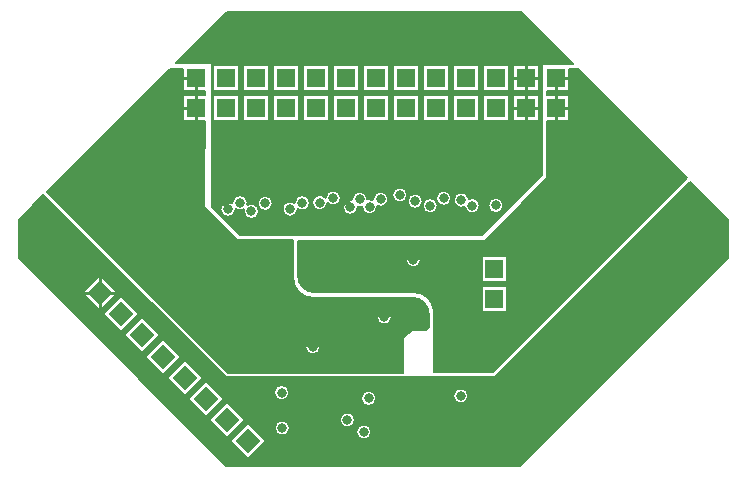
<source format=gbr>
%FSLAX25Y25*%
%MOIN*%
G04 EasyPC Gerber Version 18.0.8 Build 3632 *
%ADD12R,0.06000X0.06000*%
%ADD10C,0.00500*%
%ADD11C,0.01000*%
%AMT13*0 Rectangle Pad at angle 45*21,1,0.06000,0.06000,0,0,45*%
%ADD13T13*%
%ADD14C,0.03200*%
X0Y0D02*
D02*
D10*
X11218Y93041D02*
X2950Y84773D01*
Y72044*
X72185Y2809*
X170215*
X239550Y72144*
Y84873*
X226885Y97538*
X161850Y32309*
X71950*
X11218Y93041*
X23991Y60457D02*
X30001Y66468D01*
X36011Y60457*
X30001Y54447*
X23991Y60457*
X31062Y53386D02*
X37072Y59396D01*
X43083Y53386*
X37072Y47376*
X31062Y53386*
X38133Y46315D02*
X44143Y52326D01*
X50154Y46315*
X44143Y40305*
X38133Y46315*
X45204Y39244D02*
X51215Y45254D01*
X57225Y39244*
X51215Y33234*
X45204Y39244*
X52275Y32173D02*
X58285Y38183D01*
X64296Y32173*
X58285Y26163*
X52275Y32173*
X59346Y25102D02*
X65357Y31112D01*
X71367Y25102*
X65357Y19092*
X59346Y25102*
X66417Y18031D02*
X72428Y24041D01*
X78438Y18031*
X72428Y12021*
X66417Y18031*
X73489Y10960D02*
X79499Y16970D01*
X85509Y10960*
X79499Y4950*
X73489Y10960*
X93200Y27209D02*
G75*
G02X88100I-2550D01*
G01*
G75*
G02X93200I2550*
G01*
X93400Y15409D02*
G75*
G02X88300I-2550D01*
G01*
G75*
G02X93400I2550*
G01*
X115100Y18109D02*
G75*
G02X110000I-2550D01*
G01*
G75*
G02X115100I2550*
G01*
X120600Y14109D02*
G75*
G02X115500I-2550D01*
G01*
G75*
G02X120600I2550*
G01*
X122200Y25309D02*
G75*
G02X117100I-2550D01*
G01*
G75*
G02X122200I2550*
G01*
X152900Y26109D02*
G75*
G02X147800I-2550D01*
G01*
G75*
G02X152900I2550*
G01*
X14537Y60457D02*
G36*
X21608Y53386D01*
X31062*
X37072Y59396*
X43083Y53386*
X50872*
X43801Y60457*
X36011*
X30001Y54447*
X23991Y60457*
X14537*
G37*
X23991D02*
G36*
X30001Y66468D01*
X36011Y60457*
X43801*
X11218Y93041*
X2950Y84773*
Y72044*
X14537Y60457*
X23991*
G37*
X21608Y53386D02*
G36*
X28679Y46315D01*
X38133*
X44143Y52326*
X50154Y46315*
X57943*
X50872Y53386*
X43083*
X37072Y47376*
X31062Y53386*
X21608*
G37*
X28679Y46315D02*
G36*
X35750Y39244D01*
X45204*
X51215Y45254*
X57225Y39244*
X65015*
X57943Y46315*
X50154*
X44143Y40305*
X38133Y46315*
X28679*
G37*
X35750Y39244D02*
G36*
X42821Y32173D01*
X52275*
X58285Y38183*
X64296Y32173*
X199579*
X239550Y72144*
Y84873*
X226885Y97538*
X161850Y32309*
X71950*
X65015Y39244*
X57225*
X51215Y33234*
X45204Y39244*
X35750*
G37*
X42821Y32173D02*
G36*
X49892Y25102D01*
X59346*
X65357Y31112*
X71367Y25102*
X89213*
G75*
G02X88100Y27209I1437J2107*
G01*
G75*
G02X93200I2550*
G01*
G75*
G02X92087Y25102I-2550*
G01*
X117108*
G75*
G02X117100Y25309I2541J205*
G01*
G75*
G02X122200I2550*
G01*
G75*
G02X122192Y25102I-2550J-2*
G01*
X148007*
G75*
G02X147800Y26109I2343J1007*
G01*
G75*
G02X152900I2550*
G01*
G75*
G02X152693Y25102I-2550*
G01*
X192508*
X199579Y32173*
X64296*
X58285Y26163*
X52275Y32173*
X42821*
G37*
X49892Y25102D02*
G36*
X56963Y18031D01*
X66417*
X72428Y24041*
X78438Y18031*
X110001*
G75*
G02X110000Y18109I2549J78*
G01*
G75*
G02X115100I2550*
G01*
G75*
G02X115099Y18031I-2551*
G01*
X185437*
X192508Y25102*
X152693*
G75*
G02X148007I-2343J1007*
G01*
X122192*
G75*
G02X117108I-2542J207*
G01*
X92087*
G75*
G02X89213I-1437J2107*
G01*
X71367*
X65357Y19092*
X59346Y25102*
X49892*
G37*
X56963Y18031D02*
G36*
X59585Y15409D01*
X69040*
X66417Y18031*
X56963*
G37*
X78438Y18031D02*
G36*
X75815Y15409D01*
X77937*
X79499Y16970*
X81060Y15409*
X88300*
G75*
G02X93400I2550*
G01*
X115856*
G75*
G02X120244I2194J-1300*
G01*
X182815*
X185437Y18031*
X115099*
G75*
G02X110001I-2549J78*
G01*
X78438*
G37*
X64034Y10960D02*
G36*
X72185Y2809D01*
X170215*
X178366Y10960*
X85509*
X79499Y4950*
X73489Y10960*
X64034*
G37*
X73489D02*
G36*
X77937Y15409D01*
X75815*
X72428Y12021*
X69040Y15409*
X59585*
X64034Y10960*
X73489*
G37*
X178366D02*
G36*
X182815Y15409D01*
X120244*
G75*
G02X120600Y14109I-2194J-1300*
G01*
G75*
G02X115500I-2550*
G01*
G75*
G02X115856Y15409I2550*
G01*
X93400*
G75*
G02X88300I-2550*
G01*
X81060*
X85509Y10960*
X178366*
G37*
X12368Y94191D02*
X72650Y33909D01*
X131150*
X131250Y34009*
Y45309*
X134050Y48109*
X138650*
X139650Y49109*
Y53509*
G75*
G03X134350Y58809I-5300*
G01*
X101050*
G75*
G02X94450Y65409J6600*
G01*
Y78109*
X85650Y78209*
X75750*
X64850Y89109*
Y98609*
X64956Y117858*
X57898*
Y126358*
X65002*
X65010Y127858*
X57898*
Y135109*
X53285*
X12368Y94191*
X103600Y42509D02*
G75*
G02X98500I-2550D01*
G01*
G75*
G02X103600I2550*
G01*
X127400Y52409D02*
G75*
G02X122300I-2550D01*
G01*
G75*
G02X127400I2550*
G01*
X64050Y42509D02*
G36*
X72650Y33909D01*
X131150*
X131250Y34009*
Y42509*
X103600*
G75*
G02X98500I-2550*
G01*
X64050*
G37*
X98500D02*
G36*
G75*
G02X103600I2550D01*
G01*
X131250*
Y45309*
X134050Y48109*
X138650*
X139650Y49109*
Y52409*
X127400*
G75*
G02X122300I-2550*
G01*
X54150*
X64050Y42509*
X98500*
G37*
X122300Y52409D02*
G36*
G75*
G02X127400I2550D01*
G01*
X139650*
Y53509*
G75*
G03X134350Y58809I-5300*
G01*
X101050*
G75*
G02X94450Y65409J6600*
G01*
Y78109*
X85650Y78209*
X75750*
X64850Y89109*
Y98609*
X64956Y117858*
X57898*
Y126358*
X65002*
X65010Y127858*
X57898*
Y135109*
X53285*
X12368Y94191*
X54150Y52409*
X122300*
G37*
X55385Y137209D02*
X67350D01*
Y89009*
X76650Y79709*
X157350*
X177550Y99909*
X177450Y136709*
X187715*
X170315Y154109*
X72285*
X55385Y137209*
X74202Y90405D02*
G75*
G02X74200Y90509I2550J100D01*
G01*
G75*
G02X79300I2550*
G01*
G75*
G02X79189Y89765I-2550J0*
G01*
G75*
G02X83100Y87609I1361J-2157*
G01*
G75*
G02X78000I-2550*
G01*
G75*
G02X78111Y88352I2549J0*
G01*
G75*
G02X75298Y88413I-1361J2156*
G01*
G75*
G02X75300Y88309I-2550J-100*
G01*
G75*
G02X70200I-2550*
G01*
G75*
G02X74202Y90405I2550*
G01*
X76398Y126358D02*
Y117858D01*
X67898*
Y126358*
X76398*
Y136358D02*
Y127858D01*
X67898*
Y136358*
X76398*
X86398Y126358D02*
Y117858D01*
X77898*
Y126358*
X86398*
Y136358D02*
Y127858D01*
X77898*
Y136358*
X86398*
X87700Y90309D02*
G75*
G02X82600I-2550D01*
G01*
G75*
G02X87700I2550*
G01*
X95001Y90433D02*
G75*
G02X95000Y90509I2547J78D01*
G01*
G75*
G02X100100I2550*
G01*
G75*
G02X95999Y88485I-2550*
G01*
G75*
G02X96000Y88409I-2548J-78*
G01*
G75*
G02X90900I-2550*
G01*
G75*
G02X95001Y90433I2550*
G01*
X96398Y126358D02*
Y117858D01*
X87898*
Y126358*
X96398*
Y136358D02*
Y127858D01*
X87898*
Y136358*
X96398*
X105300Y92152D02*
G75*
G02X110400Y92109I2550J-43D01*
G01*
G75*
G02X105900Y90466I-2550*
G01*
G75*
G02X100800Y90509I-2550J43*
G01*
G75*
G02X105300Y92152I2550*
G01*
X106398Y126358D02*
Y117858D01*
X97898*
Y126358*
X106398*
Y136358D02*
Y127858D01*
X97898*
Y136358*
X106398*
X114109Y91497D02*
G75*
G02X114100Y91709I2539J210D01*
G01*
G75*
G02X119200I2550*
G01*
G75*
G02X119199Y91646I-2549J0*
G01*
G75*
G02X121110Y91480I751J-2437*
G01*
G75*
G02X121100Y91709I2538J228*
G01*
G75*
G02X126200I2550*
G01*
G75*
G02X122490Y89438I-2550*
G01*
G75*
G02X122500Y89209I-2538J-228*
G01*
G75*
G02X117400I-2550*
G01*
G75*
G02X117401Y89272I2547J0*
G01*
G75*
G02X116091Y89220I-751J2437*
G01*
G75*
G02X116100Y89009I-2539J-210*
G01*
G75*
G02X111000I-2550*
G01*
G75*
G02X114109Y91497I2550*
G01*
X116398Y126358D02*
Y117858D01*
X107898*
Y126358*
X116398*
Y136358D02*
Y127858D01*
X107898*
Y136358*
X116398*
X126398Y126358D02*
Y117858D01*
X117898*
Y126358*
X126398*
Y136358D02*
Y127858D01*
X117898*
Y136358*
X126398*
X132600Y93109D02*
G75*
G02X127500I-2550D01*
G01*
G75*
G02X132600I2550*
G01*
X136398Y126358D02*
Y117858D01*
X127898*
Y126358*
X136398*
Y136358D02*
Y127858D01*
X127898*
Y136358*
X136398*
X137700Y91009D02*
G75*
G02X132600I-2550D01*
G01*
G75*
G02X137700I2550*
G01*
X142700Y89509D02*
G75*
G02X137600I-2550D01*
G01*
G75*
G02X142700I2550*
G01*
X146398Y126358D02*
Y117858D01*
X137898*
Y126358*
X146398*
Y136358D02*
Y127858D01*
X137898*
Y136358*
X146398*
X147200Y92009D02*
G75*
G02X142100I-2550D01*
G01*
G75*
G02X147200I2550*
G01*
X151633Y89100D02*
G75*
G02X148000Y91409I-1083J2309D01*
G01*
G75*
G02X153067Y91817I2550*
G01*
G75*
G02X156700Y89509I1083J-2309*
G01*
G75*
G02X151633Y89100I-2550*
G01*
X156398Y126358D02*
Y117858D01*
X147898*
Y126358*
X156398*
Y136358D02*
Y127858D01*
X147898*
Y136358*
X156398*
X164600Y89609D02*
G75*
G02X159500I-2550D01*
G01*
G75*
G02X164600I2550*
G01*
X166398Y126358D02*
Y117858D01*
X157898*
Y126358*
X166398*
Y136358D02*
Y127858D01*
X157898*
Y136358*
X166398*
X176398Y126358D02*
Y117858D01*
X167898*
Y126358*
X176398*
Y136358D02*
Y127858D01*
X167898*
Y136358*
X176398*
X67350Y89059D02*
G36*
Y89009D01*
X76650Y79709*
X157350*
X166700Y89059*
X164540*
G75*
G02X159560I-2490J550*
G01*
X156660*
G75*
G02X151633Y89100I-2510J450*
G01*
G75*
G02X149560Y89059I-1083J2309*
G01*
X142660*
G75*
G02X137640I-2510J450*
G01*
X136793*
G75*
G02X133507I-1643J1950*
G01*
X122496*
G75*
G02X117401Y89209I-2545J150*
G01*
G75*
G02Y89272I2547J31*
G01*
G75*
G02X116091Y89220I-751J2437*
G01*
G75*
G02X116100Y89009I-2539J-210*
G01*
G75*
G02X111000I-2550*
G01*
G75*
G02Y89059I2549J25*
G01*
X105448*
G75*
G02X101252I-2098J1450*
G01*
X99648*
G75*
G02X95999Y88485I-2098J1450*
G01*
G75*
G02X96000Y88409I-2548J-78*
G01*
G75*
G02X90900I-2550*
G01*
G75*
G02X90984Y89059I2550*
G01*
X87372*
G75*
G02X82928I-2222J1250*
G01*
X82648*
G75*
G02X83100Y87609I-2098J-1450*
G01*
G75*
G02X78000I-2550*
G01*
G75*
G02X78111Y88352I2549J0*
G01*
G75*
G02X75298Y88413I-1361J2156*
G01*
G75*
G02X75300Y88309I-2550J-100*
G01*
G75*
G02X70200I-2550*
G01*
G75*
G02X70313Y89059I2550J-1*
G01*
X67350*
G37*
X70313D02*
G36*
G75*
G02X74202Y90405I2437J-750D01*
G01*
G75*
G02X74200Y90509I2550J100*
G01*
G75*
G02X79300I2550*
G01*
G75*
G02X79189Y89765I-2550J0*
G01*
G75*
G02X82648Y89059I1361J-2157*
G01*
X82928*
G75*
G02X82600Y90309I2222J1250*
G01*
G75*
G02X87700I2550*
G01*
G75*
G02X87372Y89059I-2550J0*
G01*
X90984*
G75*
G02X95001Y90433I2466J-650*
G01*
G75*
G02X95000Y90509I2547J78*
G01*
G75*
G02X100100I2550*
G01*
G75*
G02X99648Y89059I-2550*
G01*
X101252*
G75*
G02X100800Y90509I2098J1450*
G01*
G75*
G02X105300Y92152I2550*
G01*
G75*
G02X105504Y93109I2550J-43*
G01*
X67350*
Y89059*
X70313*
G37*
X111000D02*
G36*
G75*
G02X114109Y91497I2550J-50D01*
G01*
G75*
G02X114100Y91709I2539J210*
G01*
G75*
G02X114519Y93109I2550J0*
G01*
X110196*
G75*
G02X110400Y92109I-2346J-1000*
G01*
G75*
G02X105900Y90466I-2550*
G01*
G75*
G02X105448Y89059I-2550J43*
G01*
X111000*
G37*
X133507D02*
G36*
G75*
G02X132600Y91009I1643J1950D01*
G01*
G75*
G02X133704Y93109I2550*
G01*
X132600*
G75*
G02X127500I-2550*
G01*
X125781*
G75*
G02X126200Y91709I-2131J-1400*
G01*
G75*
G02X122490Y89438I-2550*
G01*
G75*
G02X122500Y89209I-2538J-228*
G01*
G75*
G02X122496Y89059I-2550J-2*
G01*
X133507*
G37*
X137640D02*
G36*
G75*
G02X137600Y89509I2510J451D01*
G01*
G75*
G02X142700I2550*
G01*
G75*
G02X142660Y89059I-2550J1*
G01*
X149560*
G75*
G02X148000Y91409I990J2350*
G01*
G75*
G02X148649Y93109I2550*
G01*
X146950*
G75*
G02X147200Y92009I-2300J-1100*
G01*
G75*
G02X142100I-2550*
G01*
G75*
G02X142350Y93109I2550J0*
G01*
X136596*
G75*
G02X137700Y91009I-1446J-2100*
G01*
G75*
G02X136793Y89059I-2550*
G01*
X137640*
G37*
X159560D02*
G36*
G75*
G02X159500Y89609I2490J549D01*
G01*
G75*
G02X164600I2550*
G01*
G75*
G02X164540Y89059I-2550J-1*
G01*
X166700*
X170750Y93109*
X152451*
G75*
G02X153067Y91817I-1901J-1700*
G01*
G75*
G02X156700Y89509I1083J-2309*
G01*
G75*
G02X156660Y89059I-2550J1*
G01*
X159560*
G37*
X67350Y122108D02*
G36*
Y93109D01*
X105504*
G75*
G02X110196I2346J-1000*
G01*
X114519*
G75*
G02X119199Y91709I2131J-1400*
G01*
G75*
G02Y91646I-2549J-31*
G01*
G75*
G02X121110Y91480I751J-2437*
G01*
G75*
G02X121100Y91709I2538J228*
G01*
G75*
G02X125781Y93109I2550*
G01*
X127500*
G75*
G02X132600I2550*
G01*
X133704*
G75*
G02X136596I1446J-2100*
G01*
X142350*
G75*
G02X146950I2300J-1100*
G01*
X148649*
G75*
G02X152451I1901J-1700*
G01*
X170750*
X177550Y99909*
X177490Y122108*
X176398*
Y117858*
X167898*
Y122108*
X166398*
Y117858*
X157898*
Y122108*
X156398*
Y117858*
X147898*
Y122108*
X146398*
Y117858*
X137898*
Y122108*
X136398*
Y117858*
X127898*
Y122108*
X126398*
Y117858*
X117898*
Y122108*
X116398*
Y117858*
X107898*
Y122108*
X106398*
Y117858*
X97898*
Y122108*
X96398*
Y117858*
X87898*
Y122108*
X86398*
Y117858*
X77898*
Y122108*
X76398*
Y117858*
X67898*
Y122108*
X67350*
G37*
X67898D02*
G36*
Y126358D01*
X76398*
Y122108*
X77898*
Y126358*
X86398*
Y122108*
X87898*
Y126358*
X96398*
Y122108*
X97898*
Y126358*
X106398*
Y122108*
X107898*
Y126358*
X116398*
Y122108*
X117898*
Y126358*
X126398*
Y122108*
X127898*
Y126358*
X136398*
Y122108*
X137898*
Y126358*
X146398*
Y122108*
X147898*
Y126358*
X156398*
Y122108*
X157898*
Y126358*
X166398*
Y122108*
X167898*
Y126358*
X176398*
Y122108*
X177490*
X177463Y132108*
X176398*
Y127858*
X167898*
Y132108*
X166398*
Y127858*
X157898*
Y132108*
X156398*
Y127858*
X147898*
Y132108*
X146398*
Y127858*
X137898*
Y132108*
X136398*
Y127858*
X127898*
Y132108*
X126398*
Y127858*
X117898*
Y132108*
X116398*
Y127858*
X107898*
Y132108*
X106398*
Y127858*
X97898*
Y132108*
X96398*
Y127858*
X87898*
Y132108*
X86398*
Y127858*
X77898*
Y132108*
X76398*
Y127858*
X67898*
Y132108*
X67350*
Y122108*
X67898*
G37*
Y132108D02*
G36*
Y136358D01*
X76398*
Y132108*
X77898*
Y136358*
X86398*
Y132108*
X87898*
Y136358*
X96398*
Y132108*
X97898*
Y136358*
X106398*
Y132108*
X107898*
Y136358*
X116398*
Y132108*
X117898*
Y136358*
X126398*
Y132108*
X127898*
Y136358*
X136398*
Y132108*
X137898*
Y136358*
X146398*
Y132108*
X147898*
Y136358*
X156398*
Y132108*
X157898*
Y136358*
X166398*
Y132108*
X167898*
Y136358*
X176398*
Y132108*
X177463*
X177450Y136709*
X187715*
X170315Y154109*
X72285*
X55385Y137209*
X67350*
Y132108*
X67898*
G37*
X179250Y117858D02*
Y98709D01*
X158450Y77909*
X96150*
Y66109*
G75*
G03X101550Y60709I5400*
G01*
X134750*
G75*
G02X141550Y53909J-6800*
G01*
Y34009*
X160950*
X225682Y98741*
X189415Y135009*
X186398*
Y127858*
X179250*
Y126358*
X186398*
Y117858*
X179250*
X137100Y71509D02*
G75*
G02X132000I-2550D01*
G01*
G75*
G02X137100I2550*
G01*
X165800Y54260D02*
X157300D01*
Y62760*
X165800*
Y54260*
Y64260D02*
X157300D01*
Y72760*
X165800*
Y64260*
X96150Y71509D02*
G36*
Y66109D01*
G75*
G03X101550Y60709I5400*
G01*
X134750*
G75*
G02X139757Y58510I0J-6800*
G01*
X157300*
Y62760*
X165800*
Y58510*
X185451*
X198450Y71509*
X165800*
Y64260*
X157300*
Y71509*
X137100*
G75*
G02X132000I-2550*
G01*
X96150*
G37*
X132000D02*
G36*
G75*
G02X137100I2550D01*
G01*
X157300*
Y72760*
X165800*
Y71509*
X198450*
X225682Y98741*
X189415Y135009*
X186398*
Y127858*
X179250*
Y126358*
X186398*
Y117858*
X179250*
Y98709*
X158450Y77909*
X96150*
Y71509*
X132000*
G37*
X139757Y58510D02*
G36*
G75*
G02X141550Y53909I-5007J-4601D01*
G01*
Y34009*
X160950*
X185451Y58510*
X165800*
Y54260*
X157300*
Y58510*
X139757*
G37*
D02*
D11*
X26259Y60457D02*
X23637D01*
X30001Y56715D02*
Y54094D01*
Y64200D02*
Y66821D01*
X33744Y60457D02*
X36365D01*
X59650Y122109D02*
X57650D01*
X59650Y132109D02*
X57650D01*
X62150Y119609D02*
Y117609D01*
Y124609D02*
Y126609D01*
Y129609D02*
Y127609D01*
X69350Y98809D02*
Y96809D01*
Y101009D02*
Y103009D01*
X69650Y52509D02*
X67650D01*
X70450Y99909D02*
X72450D01*
X70750Y51409D02*
Y49409D01*
Y53609D02*
Y55609D01*
X71850Y52509D02*
X73850D01*
X99550Y64509D02*
X97550D01*
X100550Y25509D02*
X98550D01*
X100650Y63409D02*
Y61409D01*
Y65609D02*
Y67609D01*
X101650Y24409D02*
Y22409D01*
Y26609D02*
Y28609D01*
X101750Y64509D02*
X103750D01*
X102750Y25509D02*
X104750D01*
X107887Y54309D02*
X105887D01*
X108987Y53209D02*
Y51209D01*
Y55409D02*
Y57409D01*
X110087Y54309D02*
X112087D01*
X127050Y62309D02*
X125050D01*
X128150Y63409D02*
Y65409D01*
X129250Y62309D02*
X131250D01*
X131350Y50209D02*
X129350D01*
X131750Y18009D02*
X129750D01*
X132450Y49109D02*
Y47109D01*
Y51309D02*
Y53309D01*
X132850Y16909D02*
Y14909D01*
Y19109D02*
Y21109D01*
X133550Y50209D02*
X135550D01*
X133950Y18009D02*
X135950D01*
X146150Y49109D02*
X144150D01*
X147250Y48009D02*
Y46009D01*
Y50209D02*
Y52209D01*
X148350Y49109D02*
X150350D01*
X166350Y98909D02*
X164350D01*
X167450Y97809D02*
Y95809D01*
Y100009D02*
Y102009D01*
X168550Y98909D02*
X170550D01*
X169650Y122109D02*
X167650D01*
X169650Y132109D02*
X167650D01*
X172150Y119609D02*
Y117609D01*
Y124609D02*
Y126609D01*
Y129609D02*
Y127609D01*
Y134609D02*
Y136609D01*
X174650Y122109D02*
X176650D01*
X174650Y132109D02*
X176650D01*
X182150Y119609D02*
Y117609D01*
Y124609D02*
Y126609D01*
Y129609D02*
Y127609D01*
X184650Y122109D02*
X186650D01*
X184650Y132109D02*
X186650D01*
D02*
D12*
X62150Y122109D03*
Y132109D03*
X72150Y122109D03*
Y132109D03*
X82150Y122109D03*
Y132109D03*
X92150Y122109D03*
Y132109D03*
X102150Y122109D03*
Y132109D03*
X112150Y122109D03*
Y132109D03*
X122150Y122109D03*
Y132109D03*
X132150Y122109D03*
Y132109D03*
X142150Y122109D03*
Y132109D03*
X152150Y122109D03*
Y132109D03*
X161550Y58509D03*
Y68509D03*
X162150Y122109D03*
Y132109D03*
X172150Y122109D03*
Y132109D03*
X182150Y122109D03*
Y132109D03*
D02*
D13*
X30001Y60457D03*
X37072Y53386D03*
X44143Y46315D03*
X51215Y39244D03*
X58285Y32173D03*
X65357Y25102D03*
X72428Y18031D03*
X79499Y10960D03*
D02*
D14*
X69350Y99909D03*
X70750Y52509D03*
X72750Y88309D03*
X76750Y90509D03*
X80550Y87609D03*
X85150Y90309D03*
X90650Y27209D03*
X90850Y15409D03*
X93450Y88409D03*
X97550Y90509D03*
X100650Y64509D03*
X101050Y42509D03*
X101650Y25509D03*
X103350Y90509D03*
X107850Y92109D03*
X108987Y54309D03*
X112550Y18109D03*
X113550Y89009D03*
X116650Y91709D03*
X118050Y14109D03*
X119650Y25309D03*
X119950Y89209D03*
X123650Y91709D03*
X124850Y52409D03*
X128150Y62309D03*
X130050Y93109D03*
X132450Y50209D03*
X132850Y18009D03*
X134550Y71509D03*
X135150Y91009D03*
X140150Y89509D03*
X144650Y92009D03*
X147250Y49109D03*
X150350Y26109D03*
X150550Y91409D03*
X154150Y89509D03*
X162050Y89609D03*
X167450Y98909D03*
X0Y0D02*
M02*

</source>
